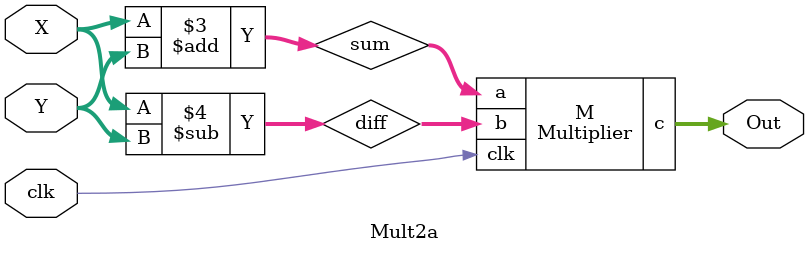
<source format=v>
module NotGate(a,b) ;

output b ;
input a ;

nand(b,a,a) ;

endmodule 

module AndGate(a,b,c) ;

output c ;
input a,b ;
wire x ;

nand(x,a,b) ;
nand(c,x,x) ; 

endmodule 

module OrGate(a,b,c) ;

output c ;
input a,b ;
wire x,y ;

nand(x,a,a) ;
nand(y,b,b) ;
nand(c,x,y) ;

endmodule 

module XorGate(a,b,c) ;

output c ; 
input a,b ;
wire a_,b_,x,y ;

NotGate Na(a,a_) ;
NotGate Nb(b,b_) ;
AndGate A1(a,b_,x) ;
AndGate A2(a_,b,y) ;
OrGate O(x,y,c) ;

endmodule 

module XnorGate(a,b,c) ;

output c ;
input a,b ;
wire x ;

XorGate X(a,b,x) ;
NotGate N(x,c) ;

endmodule  

module Nand3(a,b,c,o) ;

output o ;
input a,b,c ;
wire x,y ;

AndGate A(a,b,x) ;
AndGate B(x,c,y) ;
NotGate C(y,o) ;

endmodule 

module DeCoder2(e,i,o) ;

output [1:0] o ;
input e,i ;
wire i_ ;

NotGate Ne(i,i_) ;
AndGate O1(i_,e,o[0]) ;
AndGate O2(i,e,o[1]) ;

endmodule 

module DeCoder4(e,i,o) ;

output [3:0] o ;
input [1:0] i ;
input e ;
wire [1:0] t ;

DeCoder2 D1(e,i[1],t[1:0]) ;
DeCoder2 D2(t[1],i[0],o[3:2]) ;
DeCoder2 D3(t[0],i[0],o[1:0]) ;

endmodule 

module DeCoder8(e,i,o) ;

output [7:0] o ;
input [2:0] i ;
input e ;
wire [1:0] t ;

DeCoder2 D1(e,i[2],t[1:0]);
DeCoder4 D2(t[0],i[1:0],o[3:0]) ;
DeCoder4 D3(t[1],i[1:0],o[7:4]) ;

endmodule 

module DLatch(d,c,q,q_) ;

output q,q_ ;
input d,c ;
wire c_,s,r,x,y ;

AndGate S(d,d,s) ;
NotGate R(d,r) ;
nand(x,c,s) ;
nand(y,c,r) ;
nand(q,q_,x) ;
nand(q_,q,y) ;

endmodule 

module DLatchWR(d,c,q,q_,re) ;

output q,q_,re ;
input d,c ;
wire c_,s,r,x,y,re_ ;

AndGate S(d,d,s) ;
NotGate R(d,r) ;

nand(x,c,s) ;
nand(y,c,r) ;
Nand3 N1(q_,x,1'b1,q) ;
Nand3 N2(q,y,re,q_) ;

endmodule 

module DFlipFlopRE(d,c,q,q_) ;

output q,q_ ;
input d,c ;
wire c_,Q,Q_ ;

NotGate C_(c,c_) ;

DLatch D1(d,c_,Q,Q_) ;
DLatch D2(Q,c,q,q_) ;

endmodule 

module DFlipFlopSReset(d,c,q,q_,re) ;

output q,q_ ;
input d,c,re ;
wire re_,d_ ;

NotGate Re(re,re_) ;
AndGate A(d,re_,d_) ;
DFlipFlopRE Df(d_,c,q,q_) ;

endmodule 

module DFlipFlopAResetLow(d,c,q,q_,re) ;

output q,q_ ;
input d,c,re ;
wire Q,Q_,c_ ;

nand(c_,c,c) ;

DLatchWR D1(d,c_,Q,Q_,re) ;
DLatchWR D2(Q,c,q,q_,re) ;

endmodule 

module DFlipFlopAResetHigh(d,c,q,q_,re) ;

output q,q_ ;
input d,c,re ;
wire re_,Q,Q_ ;

NotGate R(re,re_) ;
NotGate N(c,c_) ;

DLatchWR D1(d,c_,Q,Q_,re_) ;
DLatchWR D2(Q,c,q,q_,re_) ;

endmodule 

module BinaryCell(DIn,clk,cs,w,r,DOut) ;

output DOut ;
input DIn,clk,cs,w,r ;
wire s1,s2,d,q,q_ ;

AndGate In(w,cs,s1) ;
AndGate Out(r,cs,s2) ;
Mux2x1 M1(q,DIn,s1,d) ;
DFlipFlopRE D(d,clk,q,q_) ;
Mux2x1 M2(1'bx,q,s2,DOut) ;

endmodule

module BinaryCellByPass(DIn,clk,cs,w,DOut) ;

output DOut ;
input DIn,clk,cs,w ;
wire s1,d,q,q_ ;

AndGate In(w,cs,s1) ;
AndGate Out(r,cs,s2) ;
Mux2x1 M1(q,DIn,s1,d) ;
DFlipFlopRE D(d,clk,q,q_) ;
Mux2x1 M2(q,q,1'b0,DOut) ;

endmodule

module Reg16Bit(DIn,clk,cs,w,r,DOut) ;

output [15:0] DOut ;
input [15:0] DIn;
input clk,cs,w,r ;

BinaryCell B[15:0](DIn,clk,cs,w,r,DOut) ; 

endmodule 

module Reg16BitByPass(DIn,clk,cs,w,DOut) ;

output [15:0] DOut ;
input [15:0] DIn;
input clk,cs,w ;

BinaryCellByPass B[15:0](DIn,clk,cs,w,DOut) ; 

endmodule 

module Mux2x1(a,b,s,c) ;  // 12

output c ;
input a,b,s ;
wire x,y,z ;

NotGate NG_1(s,z );
AndGate AG_1(a,z,x) ;
AndGate AG_2(b,s,y) ;
OrGate OG_1(x,y,c) ;

endmodule 

module Mux2x1_16(a,b,s,c) ;

output [15:0] c ;
input [15:0] a,b;
input s ;

Mux2x1 M[15:0](a,b,s,c) ;

endmodule

module Mux4x1(i0,i1,i2,i3,s1,s0,o) ;// 15

output o ;
input i0,i1,i2,i3 ;
input s1,s0;
wire x,y ;

Mux2x1 M_1(i0,i1,s1,x);
Mux2x1 M_2(i2,i3,s1,y) ;
Mux2x1 M_3(x,y,s0,o) ;

endmodule

module Mux4x1_16(i0,i1,i2,i3,s,o) ;

output [15:0] o ;
input [15:0] i0,i1,i2,i3 ;
input [1:0] s ;

Mux4x1 M[15:0](i0,i1,i2,i3,s[0],s[1],o) ;

endmodule

module Mux8x1(i1,i2,i3,i4,i5,i6,i7,i8,s0,s1,s2,o) ;		// 16

output o ;
input i1,i2,i3,i4,i5,i6,i7,i8 ;
input s2,s1,s0 ;
wire x,y ;

Mux4x1 M1(i1,i2,i3,i4,s0,s1,x) ;
Mux4x1 M2(i5,i6,i7,i8,s0,s1,y) ;
Mux2x1 M3(x,y,s2,o) ;

endmodule 

module Mux8x1_16(i1,i2,i3,i4,i5,i6,i7,i8,s,o) ;

output [15:0] o ;
input [15:0] i1,i2,i3,i4,i5,i6,i7,i8 ;
input [2:0] s ;

Mux8x1 M[15:0](i1,i2,i3,i4,i5,i6,i7,i8,s[0],s[1],s[2],o) ;

endmodule

module RAM8(e,DIn,clk,addr,w,r,DOut) ;

output [15:0] DOut ;
input [15:0] DIn ;
input clk,w,r,e ;
input [2:0] addr ;
wire [7:0] cs ;
wire [15:0] o1,o2,o3,o4,o5,o6,o7,o8 ;

DeCoder8 Addr(e,addr,cs) ;
Reg16Bit r1(DIn,clk,cs[0],w,r,o1) ;
Reg16Bit r2(DIn,clk,cs[1],w,r,o2) ;
Reg16Bit r3(DIn,clk,cs[2],w,r,o3) ;
Reg16Bit r4(DIn,clk,cs[3],w,r,o4) ;
Reg16Bit r5(DIn,clk,cs[4],w,r,o5) ;
Reg16Bit r6(DIn,clk,cs[5],w,r,o6) ;
Reg16Bit r7(DIn,clk,cs[6],w,r,o7) ;
Reg16Bit r8(DIn,clk,cs[7],w,r,o8) ;

Mux8x1_16 M(o1,o2,o3,o4,o5,o6,o7,o8,addr,DOut) ;

endmodule 

module HalfAdder(a,b,s,c) ;

output s,c ;
input a,b ;

AndGate A(a,b,c) ;
XorGate X(a,b,s) ;

endmodule 

module Inc16Bit(a,b) ;

output [15:0] b;
input [15:0] a ;
wire [15:0] c ;

HalfAdder H1(a[0],1'b1,b[0],c[0]) ;
HalfAdder H2(a[1],c[0],b[1],c[1]) ; 
HalfAdder H3(a[2],c[1],b[2],c[2]) ; 
HalfAdder H4(a[3],c[2],b[3],c[3]) ; 
HalfAdder H5(a[4],c[3],b[4],c[4]) ; 
HalfAdder H6(a[5],c[4],b[5],c[5]) ; 
HalfAdder H7(a[6],c[5],b[6],c[6]) ; 
HalfAdder H8(a[7],c[6],b[7],c[7]) ; 
HalfAdder H9(a[8],c[7],b[8],c[8]) ; 
HalfAdder H10(a[9],c[8],b[9],c[9]) ; 
HalfAdder H11(a[10],c[9],b[10],c[10]) ; 
HalfAdder H12(a[11],c[10],b[11],c[11]) ; 
HalfAdder H13(a[12],c[11],b[12],c[12]) ;
HalfAdder H14(a[13],c[12],b[13],c[13]) ; 
HalfAdder H15(a[14],c[13],b[14],c[14]) ; 
HalfAdder H16(a[15],c[14],b[15],c[15]) ;  

endmodule 

module PC(re,inc,load,l,clk,cs,w,r,DOut) ;

input re,inc,l,clk,cs,w,r ;
input [15:0] load ;
output [15:0] DOut ;
wire [15:0] d,D,D_,D__,D___,x ;
wire s2 ;

Mux2x1_16 M(DOut,load,l,d) ;
Inc16Bit I(d,D) ;
AndGate A[15:0](d,d,x) ;
Mux2x1_16 M2(x,D,inc,D_) ;
Mux2x1_16 M3(D_,16'b0,re,D__);
Reg16BitByPass R(D__,clk,cs,w,D___) ;
AndGate R_(cs,r,s2) ;
Mux2x1_16 MOut(16'bx,D___,s2,DOut) ;

endmodule 

module Shifter(c,a,q,c_,a_,q_) ;

output [15:0] a_,q_ ;
output c_ ;
input [15:0] a,q ;
input c ;

AndGate q_1[14:0](q[15:1],q[15:1],q_[14:0]) ;
AndGate q_2(a[0],a[0],q_[15]) ;
AndGate a_1[14:0](a[15:1],a[15:1],a_[14:0]) ;
AndGate a_2(c,c,a_[15]) ;
AndGate C(1'b0,1'b0,c_) ;

endmodule 

module Multiplier(a,b,c,clk) ;

output reg [15:0] c ;
input [15:0] a,b ; 
input clk ;
reg [31:0] temp,tempans ;
integer i ;

reg [2:0] addr ;
reg [15:0] a_,b_,DIn ;
wire [15:0] DOut ;

RAM8 R(1'b1,DIn,clk,addr,1'b1,1'b1,DOut) ;

always @(a)
begin
	a_ = a ;
	DIn = a ; addr = 3'b000 ; #3 ;
end

always @(b)  
begin
	b_ = b ; 
	DIn = b ; addr = 3'b001 ; #3 ;
end

always @(a_ or b_ )
begin
	tempans = 0;  
	for(i=0; i<16; i=i+1)
		if( a_[i] == 1'b1 )
			tempans = tempans + ( b_ << i ) ;
	temp = tempans ;
end

always @(temp)
begin 
		c = temp ;
		DIn = temp[15:0] ; addr = 3'b010 ; #3 ; 
		DIn = temp[31:16] ; addr = 3'b011 ; #3 ;
end

endmodule

module FullAdder(a,b,c0,s,c) ;

output s,c ;
input a,b,c0 ;
wire c_,x,x_,y,y_ ;

NotGate N(c0,c_) ;
XorGate X1(a,b,x) ;
XnorGate X2(a,b,x_) ;
AndGate A(a,b,y) ;
OrGate O(a,b,y_) ;
AndGate As1(x,c_,s1) ;
AndGate As2(x_,c0,s2) ;
AndGate Ac1(y,c_,c1) ;
AndGate Ac2(y_,c0,c2) ;
OrGate S(s1,s2,s) ;
OrGate C(c1,c2,c) ;

endmodule 

module Add16Bit(a,b,s) ;

output [15:0] s ;
input [15:0] a,b ;
wire [15:0] c ;

FullAdder F0(a[0],b[0],1'b0,s[0],c[0]) ;
FullAdder F1(a[1],b[1],c[0],s[1],c[1]) ;
FullAdder F2(a[2],b[2],c[1],s[2],c[2]) ;
FullAdder F3(a[3],b[3],c[2],s[3],c[3]) ;
FullAdder F4(a[4],b[4],c[3],s[4],c[4]) ;
FullAdder F5(a[5],b[5],c[4],s[5],c[5]) ;
FullAdder F6(a[6],b[6],c[5],s[6],c[6]) ;
FullAdder F7(a[7],b[7],c[6],s[7],c[7]) ;
FullAdder F8(a[8],b[8],c[7],s[8],c[8]) ;
FullAdder F9(a[9],b[9],c[8],s[9],c[9]) ;
FullAdder F10(a[10],b[10],c[9],s[10],c[10]) ;
FullAdder F11(a[11],b[11],c[10],s[11],c[11]) ;
FullAdder F12(a[12],b[12],c[11],s[12],c[12]) ;
FullAdder F13(a[13],b[13],c[12],s[13],c[13]) ;
FullAdder F14(a[14],b[14],c[13],s[14],c[14]) ;
FullAdder F15(a[15],b[15],c[14],s[15],c[15]) ;

endmodule 

module Mult2a(X,Y,Out,clk) ;

output [15:0] Out ;
input [15:0] X,Y ;
input clk ;

// wire [15:0] sum,temp,x_,diff ;

reg [15:0] sum,diff ;

initial 
begin 
	sum = 0 ;
	diff = 0 ;
end

always @(X or Y)
begin 
	sum = X+Y ; 
	diff = X-Y ; 
end

Multiplier M(sum,diff,Out,clk) ; 

endmodule

</source>
